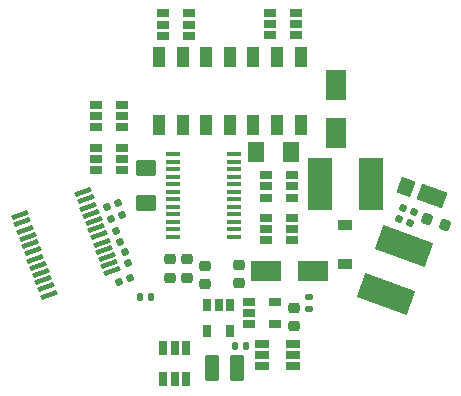
<source format=gtp>
%TF.GenerationSoftware,KiCad,Pcbnew,(6.0.5)*%
%TF.CreationDate,2022-06-17T18:07:44-04:00*%
%TF.ProjectId,Maka_BMS,4d616b61-5f42-44d5-932e-6b696361645f,rev?*%
%TF.SameCoordinates,Original*%
%TF.FileFunction,Paste,Top*%
%TF.FilePolarity,Positive*%
%FSLAX46Y46*%
G04 Gerber Fmt 4.6, Leading zero omitted, Abs format (unit mm)*
G04 Created by KiCad (PCBNEW (6.0.5)) date 2022-06-17 18:07:44*
%MOMM*%
%LPD*%
G01*
G04 APERTURE LIST*
G04 Aperture macros list*
%AMRoundRect*
0 Rectangle with rounded corners*
0 $1 Rounding radius*
0 $2 $3 $4 $5 $6 $7 $8 $9 X,Y pos of 4 corners*
0 Add a 4 corners polygon primitive as box body*
4,1,4,$2,$3,$4,$5,$6,$7,$8,$9,$2,$3,0*
0 Add four circle primitives for the rounded corners*
1,1,$1+$1,$2,$3*
1,1,$1+$1,$4,$5*
1,1,$1+$1,$6,$7*
1,1,$1+$1,$8,$9*
0 Add four rect primitives between the rounded corners*
20,1,$1+$1,$2,$3,$4,$5,0*
20,1,$1+$1,$4,$5,$6,$7,0*
20,1,$1+$1,$6,$7,$8,$9,0*
20,1,$1+$1,$8,$9,$2,$3,0*%
%AMRotRect*
0 Rectangle, with rotation*
0 The origin of the aperture is its center*
0 $1 length*
0 $2 width*
0 $3 Rotation angle, in degrees counterclockwise*
0 Add horizontal line*
21,1,$1,$2,0,0,$3*%
G04 Aperture macros list end*
%ADD10RoundRect,0.250000X-0.375000X-0.850000X0.375000X-0.850000X0.375000X0.850000X-0.375000X0.850000X0*%
%ADD11R,0.650000X1.220000*%
%ADD12R,1.060000X0.650000*%
%ADD13RoundRect,0.218750X-0.256250X0.218750X-0.256250X-0.218750X0.256250X-0.218750X0.256250X0.218750X0*%
%ADD14RotRect,2.150000X4.500000X250.000000*%
%ADD15R,1.000000X1.750000*%
%ADD16RoundRect,0.250001X-0.462499X-0.624999X0.462499X-0.624999X0.462499X0.624999X-0.462499X0.624999X0*%
%ADD17R,0.650000X1.060000*%
%ADD18RoundRect,0.147500X-0.147500X-0.172500X0.147500X-0.172500X0.147500X0.172500X-0.147500X0.172500X0*%
%ADD19R,1.200000X0.900000*%
%ADD20RoundRect,0.250001X-0.624999X0.462499X-0.624999X-0.462499X0.624999X-0.462499X0.624999X0.462499X0*%
%ADD21R,1.220000X0.650000*%
%ADD22R,1.800000X2.500000*%
%ADD23RoundRect,0.147500X-0.212545X0.079606X-0.111649X-0.197603X0.212545X-0.079606X0.111649X0.197603X0*%
%ADD24RoundRect,0.147500X-0.079606X-0.212545X0.197603X-0.111649X0.079606X0.212545X-0.197603X0.111649X0*%
%ADD25RoundRect,0.147500X0.079606X0.212545X-0.197603X0.111649X-0.079606X-0.212545X0.197603X-0.111649X0*%
%ADD26R,2.500000X1.800000*%
%ADD27R,2.150000X4.500000*%
%ADD28RoundRect,0.218750X-0.293200X-0.165979X0.117915X-0.315613X0.293200X0.165979X-0.117915X0.315613X0*%
%ADD29RoundRect,0.147500X0.197603X0.111649X-0.079606X0.212545X-0.197603X-0.111649X0.079606X-0.212545X0*%
%ADD30RotRect,2.300000X1.400000X160.000000*%
%ADD31RotRect,1.250000X1.400000X160.000000*%
%ADD32RoundRect,0.147500X-0.197603X-0.111649X0.079606X-0.212545X0.197603X0.111649X-0.079606X0.212545X0*%
%ADD33R,1.200000X0.400000*%
%ADD34RoundRect,0.100000X0.564852X0.312007X-0.633256X-0.124069X-0.564852X-0.312007X0.633256X0.124069X0*%
%ADD35RoundRect,0.147500X0.172500X-0.147500X0.172500X0.147500X-0.172500X0.147500X-0.172500X-0.147500X0*%
%ADD36RoundRect,0.218750X0.256250X-0.218750X0.256250X0.218750X-0.256250X0.218750X-0.256250X-0.218750X0*%
G04 APERTURE END LIST*
D10*
%TO.C,L1*%
X150850000Y-117450000D03*
X153000000Y-117450000D03*
%TD*%
D11*
%TO.C,U4*%
X146775000Y-118435000D03*
X147725000Y-118435000D03*
X148675000Y-118435000D03*
X148675000Y-115815000D03*
X147725000Y-115815000D03*
X146775000Y-115815000D03*
%TD*%
D12*
%TO.C,Q4*%
X155800000Y-88350000D03*
X158000000Y-88350000D03*
X155800000Y-87400000D03*
X158000000Y-87400000D03*
X155800000Y-89300000D03*
X158000000Y-89300000D03*
%TD*%
D13*
%TO.C,C16*%
X153200000Y-108712500D03*
X153200000Y-110287500D03*
%TD*%
D14*
%TO.C,L2*%
X167143894Y-107106169D03*
X165656106Y-111193831D03*
%TD*%
D15*
%TO.C,J9*%
X158400000Y-96859800D03*
X158400000Y-91109800D03*
X156400000Y-96859800D03*
X156400000Y-91109800D03*
X154400000Y-96859800D03*
X154400000Y-91109800D03*
X152400000Y-96859800D03*
X152400000Y-91109800D03*
X150400000Y-96859800D03*
X150400000Y-91109800D03*
X148400000Y-96859800D03*
X148400000Y-91109800D03*
X146400000Y-96859800D03*
X146400000Y-91109800D03*
%TD*%
D12*
%TO.C,Q5*%
X157700000Y-103050000D03*
X155500000Y-102100000D03*
X157700000Y-102100000D03*
X155500000Y-103050000D03*
X157700000Y-101150000D03*
X155500000Y-101150000D03*
%TD*%
%TO.C,Q3*%
X143300000Y-97100000D03*
X141100000Y-97100000D03*
X141100000Y-96150000D03*
X143300000Y-96150000D03*
X143300000Y-95200000D03*
X141100000Y-95200000D03*
%TD*%
%TO.C,Q2*%
X143300000Y-98850000D03*
X141100000Y-99800000D03*
X141100000Y-98850000D03*
X143300000Y-99800000D03*
X141100000Y-100750000D03*
X143300000Y-100750000D03*
%TD*%
D13*
%TO.C,C23*%
X148800000Y-108262500D03*
X148800000Y-109837500D03*
%TD*%
D16*
%TO.C,R29*%
X154575000Y-99150000D03*
X157550000Y-99150000D03*
%TD*%
D17*
%TO.C,U2*%
X152400000Y-112100000D03*
X151450000Y-112100000D03*
X150500000Y-112100000D03*
X150500000Y-114300000D03*
X152400000Y-114300000D03*
%TD*%
D18*
%TO.C,R19*%
X144750000Y-111500000D03*
X145720000Y-111500000D03*
%TD*%
D13*
%TO.C,C15*%
X150300000Y-108800000D03*
X150300000Y-110375000D03*
%TD*%
D19*
%TO.C,D3*%
X162150000Y-105400000D03*
X162150000Y-108700000D03*
%TD*%
D12*
%TO.C,Q1*%
X146726400Y-88392000D03*
X148926400Y-88392000D03*
X146726400Y-87442000D03*
X148926400Y-87442000D03*
X146726400Y-89342000D03*
X148926400Y-89342000D03*
%TD*%
D13*
%TO.C,C14*%
X147300000Y-108262500D03*
X147300000Y-109837500D03*
%TD*%
D20*
%TO.C,R8*%
X145300000Y-100500000D03*
X145300000Y-103475000D03*
%TD*%
D21*
%TO.C,U1*%
X157710000Y-117300000D03*
X157710000Y-116350000D03*
X157710000Y-115400000D03*
X155090000Y-115400000D03*
X155090000Y-116350000D03*
X155090000Y-117300000D03*
%TD*%
D22*
%TO.C,D1*%
X161425000Y-93550000D03*
X161425000Y-97550000D03*
%TD*%
D23*
%TO.C,C2*%
X142759120Y-105894249D03*
X143090880Y-106805751D03*
%TD*%
D24*
%TO.C,R3*%
X142338498Y-104841760D03*
X143250000Y-104510000D03*
%TD*%
D23*
%TO.C,R1*%
X143815880Y-108605751D03*
X143484120Y-107694249D03*
%TD*%
D25*
%TO.C,C4*%
X142895751Y-103514120D03*
X141984249Y-103845880D03*
%TD*%
D12*
%TO.C,Q6*%
X155500000Y-105700000D03*
X155500000Y-104750000D03*
X157700000Y-105700000D03*
X157700000Y-104750000D03*
X155500000Y-106650000D03*
X157700000Y-106650000D03*
%TD*%
D26*
%TO.C,D2*%
X159450000Y-109250000D03*
X155450000Y-109250000D03*
%TD*%
D27*
%TO.C,L3*%
X160000000Y-101875000D03*
X164350000Y-101875000D03*
%TD*%
D28*
%TO.C,C11*%
X169100000Y-104850000D03*
X170580016Y-105388682D03*
%TD*%
D29*
%TO.C,R32*%
X167655751Y-105165880D03*
X166744249Y-104834120D03*
%TD*%
D30*
%TO.C,D4*%
X169500000Y-102900000D03*
D31*
X167338707Y-102113354D03*
%TD*%
D32*
%TO.C,R21*%
X168000000Y-104231760D03*
X167088498Y-103900000D03*
%TD*%
D24*
%TO.C,R5*%
X143044249Y-110190880D03*
X143955751Y-109859120D03*
%TD*%
D33*
%TO.C,U5*%
X147550000Y-99382500D03*
X147550000Y-100017500D03*
X147550000Y-100652500D03*
X147550000Y-101287500D03*
X147550000Y-101922500D03*
X147550000Y-102557500D03*
X147550000Y-103192500D03*
X147550000Y-103827500D03*
X147550000Y-104462500D03*
X147550000Y-105097500D03*
X147550000Y-105732500D03*
X147550000Y-106367500D03*
X152750000Y-106367500D03*
X152750000Y-105732500D03*
X152750000Y-105097500D03*
X152750000Y-104462500D03*
X152750000Y-103827500D03*
X152750000Y-103192500D03*
X152750000Y-102557500D03*
X152750000Y-101922500D03*
X152750000Y-101287500D03*
X152750000Y-100652500D03*
X152750000Y-100017500D03*
X152750000Y-99382500D03*
%TD*%
D34*
%TO.C,U3*%
X142427053Y-109302734D03*
X142204740Y-108691934D03*
X141982427Y-108081134D03*
X141760114Y-107470334D03*
X141537801Y-106859534D03*
X141315488Y-106248733D03*
X141093175Y-105637933D03*
X140870861Y-105027133D03*
X140648548Y-104416333D03*
X140426235Y-103805533D03*
X140203922Y-103194732D03*
X139981609Y-102583932D03*
X134601869Y-104541998D03*
X134824182Y-105152798D03*
X135046495Y-105763598D03*
X135268808Y-106374398D03*
X135491121Y-106985198D03*
X135713434Y-107595999D03*
X135935747Y-108206799D03*
X136158061Y-108817599D03*
X136380374Y-109428399D03*
X136602687Y-110039199D03*
X136825000Y-110650000D03*
X137047313Y-111260800D03*
%TD*%
D12*
%TO.C,U7*%
X154050000Y-111850000D03*
X154050000Y-112800000D03*
X154050000Y-113750000D03*
X156250000Y-113750000D03*
X156250000Y-111850000D03*
%TD*%
D35*
%TO.C,C24*%
X159100000Y-112470000D03*
X159100000Y-111500000D03*
%TD*%
D36*
%TO.C,C25*%
X157850000Y-112362500D03*
X157850000Y-113937500D03*
%TD*%
D18*
%TO.C,C13*%
X152815000Y-115600000D03*
X153785000Y-115600000D03*
%TD*%
M02*

</source>
